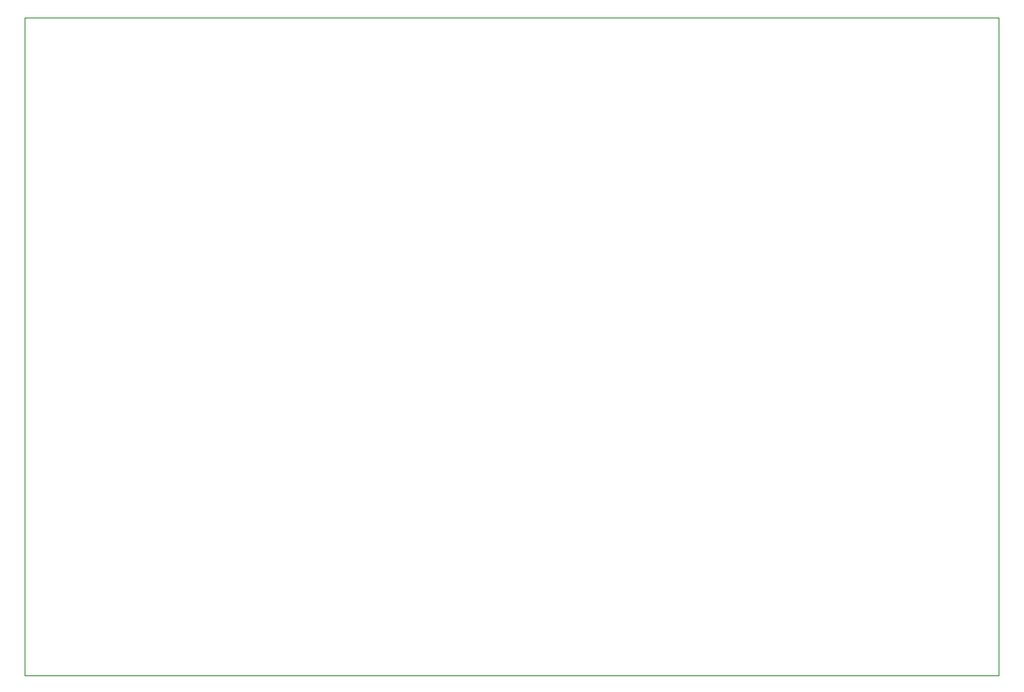
<source format=gbr>
%TF.GenerationSoftware,KiCad,Pcbnew,(7.0.0)*%
%TF.CreationDate,2023-03-05T21:28:25-05:00*%
%TF.ProjectId,8bc_ir,3862635f-6972-42e6-9b69-6361645f7063,rev?*%
%TF.SameCoordinates,Original*%
%TF.FileFunction,Profile,NP*%
%FSLAX46Y46*%
G04 Gerber Fmt 4.6, Leading zero omitted, Abs format (unit mm)*
G04 Created by KiCad (PCBNEW (7.0.0)) date 2023-03-05 21:28:25*
%MOMM*%
%LPD*%
G01*
G04 APERTURE LIST*
%TA.AperFunction,Profile*%
%ADD10C,0.100000*%
%TD*%
G04 APERTURE END LIST*
D10*
X104140000Y-30480000D02*
X198120000Y-30480000D01*
X198120000Y-30480000D02*
X198120000Y-93980000D01*
X198120000Y-93980000D02*
X104140000Y-93980000D01*
X104140000Y-93980000D02*
X104140000Y-30480000D01*
M02*

</source>
